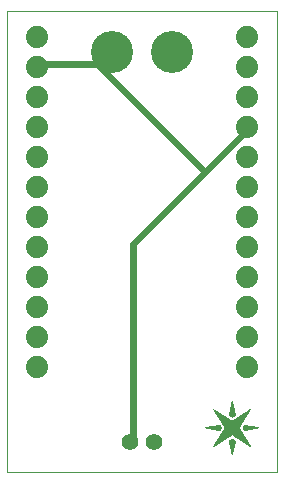
<source format=gtl>
G75*
G70*
%OFA0B0*%
%FSLAX24Y24*%
%IPPOS*%
%LPD*%
%AMOC8*
5,1,8,0,0,1.08239X$1,22.5*
%
%ADD10C,0.0000*%
%ADD11C,0.0740*%
%ADD12C,0.0560*%
%ADD13C,0.1400*%
%ADD14C,0.0010*%
%ADD15C,0.0240*%
%ADD16C,0.0100*%
D10*
X000100Y000678D02*
X000100Y016048D01*
X009092Y016048D01*
X009092Y000678D01*
X000100Y000678D01*
D11*
X001100Y004178D03*
X001100Y005178D03*
X001100Y006178D03*
X001100Y007178D03*
X001100Y008178D03*
X001100Y009178D03*
X001100Y010178D03*
X001100Y011178D03*
X001100Y012178D03*
X001100Y013178D03*
X001100Y014178D03*
X001100Y015178D03*
X008100Y015178D03*
X008100Y014178D03*
X008100Y013178D03*
X008100Y012178D03*
X008100Y011178D03*
X008100Y010178D03*
X008100Y009178D03*
X008100Y008178D03*
X008100Y007178D03*
X008100Y006178D03*
X008100Y005178D03*
X008100Y004178D03*
D12*
X004994Y001678D03*
X004206Y001678D03*
D13*
X003600Y014678D03*
X005600Y014678D03*
D14*
X007600Y003058D02*
X007700Y002598D01*
X007600Y002538D01*
X007500Y002598D01*
X007600Y003058D01*
X007598Y003050D02*
X007602Y003050D01*
X007604Y003041D02*
X007596Y003041D01*
X007594Y003033D02*
X007606Y003033D01*
X007607Y003024D02*
X007593Y003024D01*
X007591Y003016D02*
X007609Y003016D01*
X007611Y003007D02*
X007589Y003007D01*
X007587Y002999D02*
X007613Y002999D01*
X007615Y002990D02*
X007585Y002990D01*
X007583Y002982D02*
X007617Y002982D01*
X007618Y002973D02*
X007582Y002973D01*
X007580Y002965D02*
X007620Y002965D01*
X007622Y002956D02*
X007578Y002956D01*
X007576Y002948D02*
X007624Y002948D01*
X007626Y002939D02*
X007574Y002939D01*
X007572Y002931D02*
X007628Y002931D01*
X007630Y002922D02*
X007570Y002922D01*
X007569Y002914D02*
X007631Y002914D01*
X007633Y002905D02*
X007567Y002905D01*
X007565Y002897D02*
X007635Y002897D01*
X007637Y002888D02*
X007563Y002888D01*
X007561Y002880D02*
X007639Y002880D01*
X007641Y002871D02*
X007559Y002871D01*
X007558Y002863D02*
X007642Y002863D01*
X007644Y002854D02*
X007556Y002854D01*
X007554Y002846D02*
X007646Y002846D01*
X007648Y002837D02*
X007552Y002837D01*
X007550Y002829D02*
X007650Y002829D01*
X007652Y002820D02*
X007548Y002820D01*
X007546Y002812D02*
X007654Y002812D01*
X007655Y002803D02*
X007545Y002803D01*
X007543Y002795D02*
X007657Y002795D01*
X007659Y002786D02*
X007541Y002786D01*
X007539Y002778D02*
X007661Y002778D01*
X007663Y002769D02*
X007537Y002769D01*
X007535Y002761D02*
X007665Y002761D01*
X007667Y002752D02*
X007533Y002752D01*
X007532Y002744D02*
X007668Y002744D01*
X007670Y002735D02*
X007530Y002735D01*
X007528Y002727D02*
X007672Y002727D01*
X007674Y002718D02*
X007526Y002718D01*
X007524Y002710D02*
X007676Y002710D01*
X007678Y002701D02*
X007522Y002701D01*
X007521Y002693D02*
X007679Y002693D01*
X007681Y002684D02*
X007519Y002684D01*
X007517Y002676D02*
X007683Y002676D01*
X007685Y002667D02*
X007515Y002667D01*
X007513Y002659D02*
X007687Y002659D01*
X007689Y002650D02*
X007511Y002650D01*
X007509Y002642D02*
X007691Y002642D01*
X007692Y002633D02*
X007508Y002633D01*
X007506Y002625D02*
X007694Y002625D01*
X007696Y002616D02*
X007504Y002616D01*
X007502Y002608D02*
X007698Y002608D01*
X007700Y002599D02*
X007500Y002599D01*
X007512Y002591D02*
X007688Y002591D01*
X007673Y002582D02*
X007527Y002582D01*
X007541Y002574D02*
X007659Y002574D01*
X007645Y002565D02*
X007555Y002565D01*
X007569Y002557D02*
X007631Y002557D01*
X007617Y002548D02*
X007583Y002548D01*
X007597Y002540D02*
X007603Y002540D01*
X007661Y002438D02*
X007982Y002438D01*
X007987Y002446D02*
X007674Y002446D01*
X007687Y002455D02*
X007992Y002455D01*
X007998Y002463D02*
X007700Y002463D01*
X007713Y002472D02*
X008003Y002472D01*
X008008Y002480D02*
X007726Y002480D01*
X007739Y002489D02*
X008013Y002489D01*
X008019Y002497D02*
X007752Y002497D01*
X007765Y002506D02*
X008024Y002506D01*
X008029Y002514D02*
X007779Y002514D01*
X007792Y002523D02*
X008035Y002523D01*
X008040Y002531D02*
X007805Y002531D01*
X007818Y002540D02*
X008045Y002540D01*
X008051Y002548D02*
X007831Y002548D01*
X007844Y002557D02*
X008056Y002557D01*
X008061Y002565D02*
X007857Y002565D01*
X007870Y002574D02*
X008066Y002574D01*
X008072Y002582D02*
X007883Y002582D01*
X007896Y002591D02*
X008077Y002591D01*
X008082Y002599D02*
X007909Y002599D01*
X007922Y002608D02*
X008088Y002608D01*
X008093Y002616D02*
X007935Y002616D01*
X007949Y002625D02*
X008098Y002625D01*
X008103Y002633D02*
X007962Y002633D01*
X007975Y002642D02*
X008109Y002642D01*
X008114Y002650D02*
X007988Y002650D01*
X008001Y002659D02*
X008119Y002659D01*
X008125Y002667D02*
X008014Y002667D01*
X008027Y002676D02*
X008130Y002676D01*
X008135Y002684D02*
X008040Y002684D01*
X008053Y002693D02*
X008141Y002693D01*
X008146Y002701D02*
X008066Y002701D01*
X008079Y002710D02*
X008151Y002710D01*
X008156Y002718D02*
X008092Y002718D01*
X008105Y002727D02*
X008162Y002727D01*
X008167Y002735D02*
X008119Y002735D01*
X008132Y002744D02*
X008172Y002744D01*
X008178Y002752D02*
X008145Y002752D01*
X008158Y002761D02*
X008183Y002761D01*
X008188Y002769D02*
X008171Y002769D01*
X008184Y002778D02*
X008193Y002778D01*
X008197Y002786D02*
X008199Y002786D01*
X008200Y002788D02*
X007600Y002398D01*
X006990Y002778D01*
X007370Y002178D01*
X006990Y001558D01*
X007600Y001958D01*
X008220Y001548D01*
X007820Y002178D01*
X008200Y002788D01*
X007976Y002429D02*
X007648Y002429D01*
X007635Y002421D02*
X007971Y002421D01*
X007966Y002412D02*
X007622Y002412D01*
X007609Y002404D02*
X007961Y002404D01*
X007955Y002395D02*
X007233Y002395D01*
X007238Y002387D02*
X007950Y002387D01*
X007945Y002378D02*
X007243Y002378D01*
X007249Y002370D02*
X007939Y002370D01*
X007934Y002361D02*
X007254Y002361D01*
X007259Y002353D02*
X007929Y002353D01*
X007923Y002344D02*
X007265Y002344D01*
X007270Y002336D02*
X007918Y002336D01*
X007913Y002327D02*
X007276Y002327D01*
X007281Y002319D02*
X007908Y002319D01*
X007902Y002310D02*
X007286Y002310D01*
X007292Y002301D02*
X007897Y002301D01*
X007892Y002293D02*
X007297Y002293D01*
X007303Y002284D02*
X007886Y002284D01*
X007881Y002276D02*
X007308Y002276D01*
X007313Y002267D02*
X007876Y002267D01*
X007870Y002259D02*
X007319Y002259D01*
X007324Y002250D02*
X007865Y002250D01*
X007860Y002242D02*
X007329Y002242D01*
X007335Y002233D02*
X007855Y002233D01*
X007849Y002225D02*
X007340Y002225D01*
X007346Y002216D02*
X007844Y002216D01*
X007839Y002208D02*
X007351Y002208D01*
X007356Y002199D02*
X007833Y002199D01*
X007828Y002191D02*
X007362Y002191D01*
X007367Y002182D02*
X007823Y002182D01*
X007823Y002174D02*
X007368Y002174D01*
X007362Y002165D02*
X007828Y002165D01*
X007833Y002157D02*
X007357Y002157D01*
X007352Y002148D02*
X007839Y002148D01*
X007844Y002140D02*
X007347Y002140D01*
X007342Y002131D02*
X007849Y002131D01*
X007855Y002123D02*
X007336Y002123D01*
X007331Y002114D02*
X007860Y002114D01*
X007866Y002106D02*
X007326Y002106D01*
X007321Y002097D02*
X007871Y002097D01*
X007876Y002089D02*
X007315Y002089D01*
X007310Y002080D02*
X007882Y002080D01*
X007887Y002072D02*
X007305Y002072D01*
X007300Y002063D02*
X007893Y002063D01*
X007898Y002055D02*
X007295Y002055D01*
X007289Y002046D02*
X007903Y002046D01*
X007909Y002038D02*
X007284Y002038D01*
X007279Y002029D02*
X007914Y002029D01*
X007920Y002021D02*
X007274Y002021D01*
X007269Y002012D02*
X007925Y002012D01*
X007930Y002004D02*
X007263Y002004D01*
X007258Y001995D02*
X007936Y001995D01*
X007941Y001987D02*
X007253Y001987D01*
X007248Y001978D02*
X007947Y001978D01*
X007952Y001970D02*
X007243Y001970D01*
X007237Y001961D02*
X007957Y001961D01*
X007963Y001953D02*
X007608Y001953D01*
X007620Y001944D02*
X007968Y001944D01*
X007974Y001936D02*
X007633Y001936D01*
X007646Y001927D02*
X007979Y001927D01*
X007984Y001919D02*
X007659Y001919D01*
X007672Y001910D02*
X007990Y001910D01*
X007995Y001902D02*
X007685Y001902D01*
X007697Y001893D02*
X008001Y001893D01*
X008006Y001885D02*
X007710Y001885D01*
X007723Y001876D02*
X008011Y001876D01*
X008017Y001868D02*
X007736Y001868D01*
X007749Y001859D02*
X008022Y001859D01*
X008028Y001851D02*
X007762Y001851D01*
X007775Y001842D02*
X008033Y001842D01*
X008038Y001834D02*
X007787Y001834D01*
X007800Y001825D02*
X008044Y001825D01*
X008049Y001817D02*
X007813Y001817D01*
X007826Y001808D02*
X008055Y001808D01*
X008060Y001800D02*
X007839Y001800D01*
X007852Y001791D02*
X008065Y001791D01*
X008071Y001783D02*
X007865Y001783D01*
X007877Y001774D02*
X008076Y001774D01*
X008082Y001766D02*
X007890Y001766D01*
X007903Y001757D02*
X008087Y001757D01*
X008092Y001749D02*
X007916Y001749D01*
X007929Y001740D02*
X008098Y001740D01*
X008103Y001732D02*
X007942Y001732D01*
X007955Y001723D02*
X008109Y001723D01*
X008114Y001715D02*
X007967Y001715D01*
X007980Y001706D02*
X008119Y001706D01*
X008125Y001698D02*
X007993Y001698D01*
X008006Y001689D02*
X008130Y001689D01*
X008136Y001681D02*
X008019Y001681D01*
X008032Y001672D02*
X008141Y001672D01*
X008146Y001664D02*
X008045Y001664D01*
X008057Y001655D02*
X008152Y001655D01*
X008157Y001647D02*
X008070Y001647D01*
X008083Y001638D02*
X008163Y001638D01*
X008168Y001630D02*
X008096Y001630D01*
X008109Y001621D02*
X008173Y001621D01*
X008179Y001613D02*
X008122Y001613D01*
X008135Y001604D02*
X008184Y001604D01*
X008190Y001596D02*
X008147Y001596D01*
X008160Y001587D02*
X008195Y001587D01*
X008200Y001579D02*
X008173Y001579D01*
X008186Y001570D02*
X008206Y001570D01*
X008211Y001562D02*
X008199Y001562D01*
X008212Y001553D02*
X008216Y001553D01*
X008108Y002106D02*
X008008Y002106D01*
X008014Y002097D02*
X008067Y002097D01*
X008025Y002089D02*
X008019Y002089D01*
X008020Y002088D02*
X008460Y002178D01*
X008020Y002268D01*
X007960Y002178D01*
X008020Y002088D01*
X008002Y002114D02*
X008150Y002114D01*
X008191Y002123D02*
X007997Y002123D01*
X007991Y002131D02*
X008233Y002131D01*
X008274Y002140D02*
X007985Y002140D01*
X007980Y002148D02*
X008316Y002148D01*
X008358Y002157D02*
X007974Y002157D01*
X007968Y002165D02*
X008399Y002165D01*
X008396Y002191D02*
X007969Y002191D01*
X007974Y002199D02*
X008355Y002199D01*
X008313Y002208D02*
X007980Y002208D01*
X007986Y002216D02*
X008272Y002216D01*
X008230Y002225D02*
X007991Y002225D01*
X007997Y002233D02*
X008188Y002233D01*
X008147Y002242D02*
X008003Y002242D01*
X008008Y002250D02*
X008105Y002250D01*
X008064Y002259D02*
X008014Y002259D01*
X008020Y002267D02*
X008022Y002267D01*
X007963Y002182D02*
X008438Y002182D01*
X008441Y002174D02*
X007963Y002174D01*
X007672Y001757D02*
X007528Y001757D01*
X007516Y001749D02*
X007684Y001749D01*
X007696Y001740D02*
X007504Y001740D01*
X007500Y001738D02*
X007600Y001808D01*
X007700Y001738D01*
X007600Y001298D01*
X007500Y001738D01*
X007501Y001732D02*
X007699Y001732D01*
X007697Y001723D02*
X007503Y001723D01*
X007505Y001715D02*
X007695Y001715D01*
X007693Y001706D02*
X007507Y001706D01*
X007509Y001698D02*
X007691Y001698D01*
X007689Y001689D02*
X007511Y001689D01*
X007513Y001681D02*
X007687Y001681D01*
X007685Y001672D02*
X007515Y001672D01*
X007517Y001664D02*
X007683Y001664D01*
X007681Y001655D02*
X007519Y001655D01*
X007521Y001647D02*
X007679Y001647D01*
X007677Y001638D02*
X007523Y001638D01*
X007525Y001630D02*
X007675Y001630D01*
X007674Y001621D02*
X007526Y001621D01*
X007528Y001613D02*
X007672Y001613D01*
X007670Y001604D02*
X007530Y001604D01*
X007532Y001596D02*
X007668Y001596D01*
X007666Y001587D02*
X007534Y001587D01*
X007536Y001579D02*
X007664Y001579D01*
X007662Y001570D02*
X007538Y001570D01*
X007540Y001562D02*
X007660Y001562D01*
X007658Y001553D02*
X007542Y001553D01*
X007544Y001545D02*
X007656Y001545D01*
X007654Y001536D02*
X007546Y001536D01*
X007548Y001528D02*
X007652Y001528D01*
X007650Y001519D02*
X007550Y001519D01*
X007552Y001511D02*
X007648Y001511D01*
X007646Y001502D02*
X007554Y001502D01*
X007555Y001494D02*
X007645Y001494D01*
X007643Y001485D02*
X007557Y001485D01*
X007559Y001477D02*
X007641Y001477D01*
X007639Y001468D02*
X007561Y001468D01*
X007563Y001460D02*
X007637Y001460D01*
X007635Y001451D02*
X007565Y001451D01*
X007567Y001443D02*
X007633Y001443D01*
X007631Y001434D02*
X007569Y001434D01*
X007571Y001426D02*
X007629Y001426D01*
X007627Y001417D02*
X007573Y001417D01*
X007575Y001409D02*
X007625Y001409D01*
X007623Y001400D02*
X007577Y001400D01*
X007579Y001392D02*
X007621Y001392D01*
X007619Y001383D02*
X007581Y001383D01*
X007582Y001375D02*
X007618Y001375D01*
X007616Y001366D02*
X007584Y001366D01*
X007586Y001358D02*
X007614Y001358D01*
X007612Y001349D02*
X007588Y001349D01*
X007590Y001341D02*
X007610Y001341D01*
X007608Y001332D02*
X007592Y001332D01*
X007594Y001324D02*
X007606Y001324D01*
X007604Y001315D02*
X007596Y001315D01*
X007598Y001307D02*
X007602Y001307D01*
X007600Y001298D02*
X007600Y001298D01*
X007540Y001766D02*
X007660Y001766D01*
X007648Y001774D02*
X007552Y001774D01*
X007564Y001783D02*
X007636Y001783D01*
X007624Y001791D02*
X007576Y001791D01*
X007589Y001800D02*
X007611Y001800D01*
X007541Y001919D02*
X007211Y001919D01*
X007206Y001910D02*
X007528Y001910D01*
X007515Y001902D02*
X007201Y001902D01*
X007196Y001893D02*
X007502Y001893D01*
X007489Y001885D02*
X007190Y001885D01*
X007185Y001876D02*
X007476Y001876D01*
X007463Y001868D02*
X007180Y001868D01*
X007175Y001859D02*
X007450Y001859D01*
X007437Y001851D02*
X007170Y001851D01*
X007164Y001842D02*
X007424Y001842D01*
X007411Y001834D02*
X007159Y001834D01*
X007154Y001825D02*
X007398Y001825D01*
X007385Y001817D02*
X007149Y001817D01*
X007144Y001808D02*
X007372Y001808D01*
X007359Y001800D02*
X007138Y001800D01*
X007133Y001791D02*
X007346Y001791D01*
X007333Y001783D02*
X007128Y001783D01*
X007123Y001774D02*
X007320Y001774D01*
X007307Y001766D02*
X007118Y001766D01*
X007112Y001757D02*
X007294Y001757D01*
X007281Y001749D02*
X007107Y001749D01*
X007102Y001740D02*
X007268Y001740D01*
X007255Y001732D02*
X007097Y001732D01*
X007091Y001723D02*
X007242Y001723D01*
X007229Y001715D02*
X007086Y001715D01*
X007081Y001706D02*
X007217Y001706D01*
X007204Y001698D02*
X007076Y001698D01*
X007071Y001689D02*
X007191Y001689D01*
X007178Y001681D02*
X007065Y001681D01*
X007060Y001672D02*
X007165Y001672D01*
X007152Y001664D02*
X007055Y001664D01*
X007050Y001655D02*
X007139Y001655D01*
X007126Y001647D02*
X007045Y001647D01*
X007039Y001638D02*
X007113Y001638D01*
X007100Y001630D02*
X007034Y001630D01*
X007029Y001621D02*
X007087Y001621D01*
X007074Y001613D02*
X007024Y001613D01*
X007019Y001604D02*
X007061Y001604D01*
X007048Y001596D02*
X007013Y001596D01*
X007008Y001587D02*
X007035Y001587D01*
X007022Y001579D02*
X007003Y001579D01*
X006998Y001570D02*
X007009Y001570D01*
X006996Y001562D02*
X006992Y001562D01*
X007216Y001927D02*
X007554Y001927D01*
X007567Y001936D02*
X007222Y001936D01*
X007227Y001944D02*
X007579Y001944D01*
X007592Y001953D02*
X007232Y001953D01*
X007180Y002088D02*
X007240Y002178D01*
X007180Y002268D01*
X006720Y002178D01*
X007180Y002088D01*
X007181Y002089D02*
X007175Y002089D01*
X007186Y002097D02*
X007131Y002097D01*
X007088Y002106D02*
X007192Y002106D01*
X007198Y002114D02*
X007044Y002114D01*
X007001Y002123D02*
X007203Y002123D01*
X007209Y002131D02*
X006957Y002131D01*
X006914Y002140D02*
X007215Y002140D01*
X007220Y002148D02*
X006871Y002148D01*
X006827Y002157D02*
X007226Y002157D01*
X007232Y002165D02*
X006784Y002165D01*
X006787Y002191D02*
X007231Y002191D01*
X007226Y002199D02*
X006830Y002199D01*
X006874Y002208D02*
X007220Y002208D01*
X007214Y002216D02*
X006917Y002216D01*
X006960Y002225D02*
X007209Y002225D01*
X007203Y002233D02*
X007004Y002233D01*
X007047Y002242D02*
X007197Y002242D01*
X007192Y002250D02*
X007091Y002250D01*
X007134Y002259D02*
X007186Y002259D01*
X007180Y002267D02*
X007178Y002267D01*
X007237Y002182D02*
X006743Y002182D01*
X006740Y002174D02*
X007237Y002174D01*
X007227Y002404D02*
X007591Y002404D01*
X007577Y002412D02*
X007222Y002412D01*
X007216Y002421D02*
X007564Y002421D01*
X007550Y002429D02*
X007211Y002429D01*
X007206Y002438D02*
X007537Y002438D01*
X007523Y002446D02*
X007200Y002446D01*
X007195Y002455D02*
X007509Y002455D01*
X007496Y002463D02*
X007189Y002463D01*
X007184Y002472D02*
X007482Y002472D01*
X007468Y002480D02*
X007179Y002480D01*
X007173Y002489D02*
X007455Y002489D01*
X007441Y002497D02*
X007168Y002497D01*
X007163Y002506D02*
X007427Y002506D01*
X007414Y002514D02*
X007157Y002514D01*
X007152Y002523D02*
X007400Y002523D01*
X007386Y002531D02*
X007146Y002531D01*
X007141Y002540D02*
X007373Y002540D01*
X007359Y002548D02*
X007136Y002548D01*
X007130Y002557D02*
X007345Y002557D01*
X007332Y002565D02*
X007125Y002565D01*
X007119Y002574D02*
X007318Y002574D01*
X007305Y002582D02*
X007114Y002582D01*
X007109Y002591D02*
X007291Y002591D01*
X007277Y002599D02*
X007103Y002599D01*
X007098Y002608D02*
X007264Y002608D01*
X007250Y002616D02*
X007093Y002616D01*
X007087Y002625D02*
X007236Y002625D01*
X007223Y002633D02*
X007082Y002633D01*
X007076Y002642D02*
X007209Y002642D01*
X007195Y002650D02*
X007071Y002650D01*
X007066Y002659D02*
X007182Y002659D01*
X007168Y002667D02*
X007060Y002667D01*
X007055Y002676D02*
X007154Y002676D01*
X007141Y002684D02*
X007049Y002684D01*
X007044Y002693D02*
X007127Y002693D01*
X007114Y002701D02*
X007039Y002701D01*
X007033Y002710D02*
X007100Y002710D01*
X007086Y002718D02*
X007028Y002718D01*
X007023Y002727D02*
X007073Y002727D01*
X007059Y002735D02*
X007017Y002735D01*
X007012Y002744D02*
X007045Y002744D01*
X007032Y002752D02*
X007006Y002752D01*
X007001Y002761D02*
X007018Y002761D01*
X007004Y002769D02*
X006996Y002769D01*
X006990Y002778D02*
X006991Y002778D01*
D15*
X004300Y001678D02*
X004206Y001678D01*
X004300Y001678D02*
X004300Y008278D01*
X006700Y010678D01*
X003100Y014278D01*
X003500Y014678D01*
X003600Y014678D01*
X003100Y014278D02*
X001100Y014278D01*
X006700Y010678D02*
X008100Y012078D01*
D16*
X001100Y014178D02*
X001100Y014278D01*
M02*

</source>
